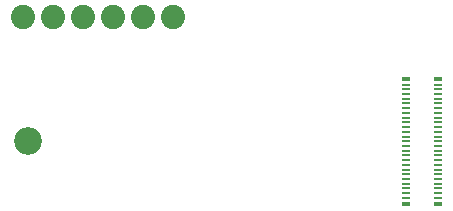
<source format=gbs>
G04*
G04 #@! TF.GenerationSoftware,Altium Limited,Altium Designer,25.1.2 (22)*
G04*
G04 Layer_Color=16711935*
%FSLAX44Y44*%
%MOMM*%
G71*
G04*
G04 #@! TF.SameCoordinates,7ED34E8D-A4F8-468C-8B7F-49A99E5286A2*
G04*
G04*
G04 #@! TF.FilePolarity,Negative*
G04*
G01*
G75*
%ADD48C,2.0500*%
%ADD49C,2.3500*%
%ADD58R,0.7100X0.4000*%
%ADD59R,0.7100X0.2400*%
D48*
X72800Y230500D02*
D03*
X98200D02*
D03*
X123600D02*
D03*
X149000D02*
D03*
X47400D02*
D03*
X22000D02*
D03*
D49*
X26000Y125000D02*
D03*
D58*
X373550Y72200D02*
D03*
X346450D02*
D03*
X373550Y177800D02*
D03*
X346450D02*
D03*
D59*
X373550Y77000D02*
D03*
Y81000D02*
D03*
Y85000D02*
D03*
Y89000D02*
D03*
Y93000D02*
D03*
X346450Y77000D02*
D03*
Y81000D02*
D03*
Y85000D02*
D03*
Y89000D02*
D03*
Y93000D02*
D03*
Y145000D02*
D03*
Y149000D02*
D03*
Y153000D02*
D03*
Y157000D02*
D03*
Y97000D02*
D03*
Y101000D02*
D03*
Y173000D02*
D03*
Y169000D02*
D03*
X373550Y101000D02*
D03*
Y97000D02*
D03*
Y173000D02*
D03*
Y169000D02*
D03*
Y145000D02*
D03*
Y149000D02*
D03*
Y153000D02*
D03*
Y157000D02*
D03*
Y161000D02*
D03*
Y165000D02*
D03*
X346450Y161000D02*
D03*
Y165000D02*
D03*
Y105000D02*
D03*
Y109000D02*
D03*
Y113000D02*
D03*
Y117000D02*
D03*
Y141000D02*
D03*
Y137000D02*
D03*
Y133000D02*
D03*
Y129000D02*
D03*
X373550Y141000D02*
D03*
Y137000D02*
D03*
Y133000D02*
D03*
Y129000D02*
D03*
Y105000D02*
D03*
Y109000D02*
D03*
Y113000D02*
D03*
Y117000D02*
D03*
Y121000D02*
D03*
Y125000D02*
D03*
X346450Y121000D02*
D03*
Y125000D02*
D03*
M02*

</source>
